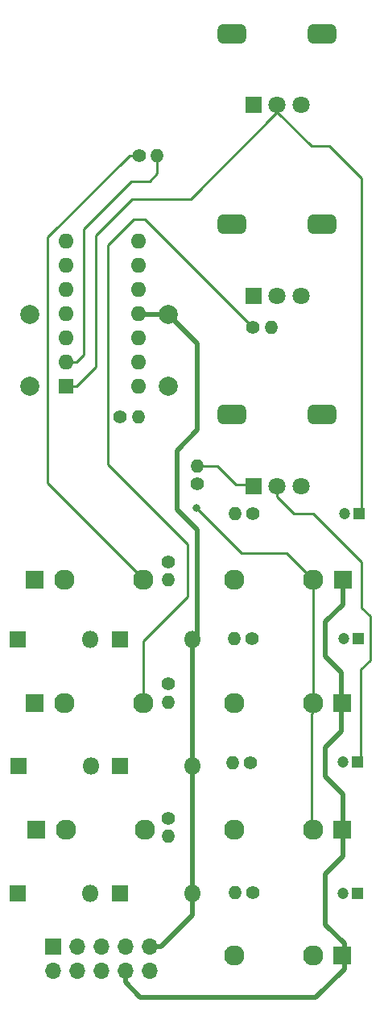
<source format=gbr>
%TF.GenerationSoftware,KiCad,Pcbnew,(6.0.4-0)*%
%TF.CreationDate,2022-12-21T08:50:29-08:00*%
%TF.ProjectId,contact,636f6e74-6163-4742-9e6b-696361645f70,rev?*%
%TF.SameCoordinates,Original*%
%TF.FileFunction,Copper,L2,Bot*%
%TF.FilePolarity,Positive*%
%FSLAX46Y46*%
G04 Gerber Fmt 4.6, Leading zero omitted, Abs format (unit mm)*
G04 Created by KiCad (PCBNEW (6.0.4-0)) date 2022-12-21 08:50:29*
%MOMM*%
%LPD*%
G01*
G04 APERTURE LIST*
G04 Aperture macros list*
%AMRoundRect*
0 Rectangle with rounded corners*
0 $1 Rounding radius*
0 $2 $3 $4 $5 $6 $7 $8 $9 X,Y pos of 4 corners*
0 Add a 4 corners polygon primitive as box body*
4,1,4,$2,$3,$4,$5,$6,$7,$8,$9,$2,$3,0*
0 Add four circle primitives for the rounded corners*
1,1,$1+$1,$2,$3*
1,1,$1+$1,$4,$5*
1,1,$1+$1,$6,$7*
1,1,$1+$1,$8,$9*
0 Add four rect primitives between the rounded corners*
20,1,$1+$1,$2,$3,$4,$5,0*
20,1,$1+$1,$4,$5,$6,$7,0*
20,1,$1+$1,$6,$7,$8,$9,0*
20,1,$1+$1,$8,$9,$2,$3,0*%
G04 Aperture macros list end*
%TA.AperFunction,ComponentPad*%
%ADD10R,1.800000X1.800000*%
%TD*%
%TA.AperFunction,ComponentPad*%
%ADD11C,1.800000*%
%TD*%
%TA.AperFunction,ComponentPad*%
%ADD12RoundRect,0.500000X1.000000X-0.500000X1.000000X0.500000X-1.000000X0.500000X-1.000000X-0.500000X0*%
%TD*%
%TA.AperFunction,ComponentPad*%
%ADD13R,1.830000X1.930000*%
%TD*%
%TA.AperFunction,ComponentPad*%
%ADD14C,2.130000*%
%TD*%
%TA.AperFunction,ComponentPad*%
%ADD15C,2.000000*%
%TD*%
%TA.AperFunction,ComponentPad*%
%ADD16O,1.800000X1.800000*%
%TD*%
%TA.AperFunction,ComponentPad*%
%ADD17C,1.400000*%
%TD*%
%TA.AperFunction,ComponentPad*%
%ADD18O,1.400000X1.400000*%
%TD*%
%TA.AperFunction,ComponentPad*%
%ADD19R,1.600000X1.600000*%
%TD*%
%TA.AperFunction,ComponentPad*%
%ADD20O,1.600000X1.600000*%
%TD*%
%TA.AperFunction,ComponentPad*%
%ADD21R,1.200000X1.200000*%
%TD*%
%TA.AperFunction,ComponentPad*%
%ADD22C,1.200000*%
%TD*%
%TA.AperFunction,ComponentPad*%
%ADD23R,1.700000X1.700000*%
%TD*%
%TA.AperFunction,ComponentPad*%
%ADD24O,1.700000X1.700000*%
%TD*%
%TA.AperFunction,ViaPad*%
%ADD25C,0.800000*%
%TD*%
%TA.AperFunction,Conductor*%
%ADD26C,0.250000*%
%TD*%
%TA.AperFunction,Conductor*%
%ADD27C,0.500000*%
%TD*%
G04 APERTURE END LIST*
D10*
%TO.P,R7,1*%
%TO.N,Net-(R4-Pad2)*%
X174030000Y-51725000D03*
D11*
%TO.P,R7,2*%
%TO.N,Net-(C1-Pad1)*%
X176530000Y-51725000D03*
%TO.P,R7,3*%
%TO.N,N/C*%
X179030000Y-51725000D03*
D12*
%TO.P,R7,MP*%
X181280000Y-44225000D03*
X171780000Y-44225000D03*
%TD*%
D13*
%TO.P,J1,S*%
%TO.N,GND*%
X151020000Y-101600000D03*
D14*
%TO.P,J1,T*%
%TO.N,Net-(D1-Pad2)*%
X162420000Y-101600000D03*
%TO.P,J1,TN*%
%TO.N,N/C*%
X154120000Y-101600000D03*
%TD*%
%TO.P,J5,TN*%
%TO.N,Net-(R16-Pad1)*%
X180280000Y-114500000D03*
%TO.P,J5,T*%
%TO.N,Net-(J5-PadT)*%
X171980000Y-114500000D03*
D13*
%TO.P,J5,S*%
%TO.N,GND*%
X183380000Y-114500000D03*
%TD*%
D10*
%TO.P,R8,1*%
%TO.N,Net-(R5-Pad2)*%
X174030000Y-71725000D03*
D11*
%TO.P,R8,2*%
%TO.N,Net-(C2-Pad1)*%
X176530000Y-71725000D03*
%TO.P,R8,3*%
%TO.N,N/C*%
X179030000Y-71725000D03*
D12*
%TO.P,R8,MP*%
X181280000Y-64225000D03*
X171780000Y-64225000D03*
%TD*%
D14*
%TO.P,J6,TN*%
%TO.N,Net-(R16-Pad1)*%
X180280000Y-127800000D03*
%TO.P,J6,T*%
%TO.N,Net-(J6-PadT)*%
X171980000Y-127800000D03*
D13*
%TO.P,J6,S*%
%TO.N,GND*%
X183380000Y-127800000D03*
%TD*%
%TO.P,J4,S*%
%TO.N,GND*%
X183440000Y-101600000D03*
D14*
%TO.P,J4,T*%
%TO.N,Net-(J4-PadT)*%
X172040000Y-101600000D03*
%TO.P,J4,TN*%
%TO.N,Net-(R16-Pad1)*%
X180340000Y-101600000D03*
%TD*%
%TO.P,J2,TN*%
%TO.N,N/C*%
X154120000Y-114500000D03*
%TO.P,J2,T*%
%TO.N,Net-(D3-Pad2)*%
X162420000Y-114500000D03*
D13*
%TO.P,J2,S*%
%TO.N,GND*%
X151020000Y-114500000D03*
%TD*%
D10*
%TO.P,R9,1*%
%TO.N,Net-(R6-Pad2)*%
X174030000Y-91725000D03*
D11*
%TO.P,R9,2*%
%TO.N,Net-(C3-Pad1)*%
X176530000Y-91725000D03*
%TO.P,R9,3*%
%TO.N,N/C*%
X179030000Y-91725000D03*
D12*
%TO.P,R9,MP*%
X171780000Y-84225000D03*
X181280000Y-84225000D03*
%TD*%
D13*
%TO.P,J3,S*%
%TO.N,GND*%
X151220000Y-127800000D03*
D14*
%TO.P,J3,T*%
%TO.N,Net-(D5-Pad2)*%
X162620000Y-127800000D03*
%TO.P,J3,TN*%
%TO.N,N/C*%
X154320000Y-127800000D03*
%TD*%
D13*
%TO.P,J8,S*%
%TO.N,GND*%
X183380000Y-141000000D03*
D14*
%TO.P,J8,T*%
%TO.N,Net-(J8-PadT)*%
X171980000Y-141000000D03*
%TO.P,J8,TN*%
%TO.N,N/C*%
X180280000Y-141000000D03*
%TD*%
D15*
%TO.P,C5,1*%
%TO.N,-12V*%
X165100000Y-73720000D03*
%TO.P,C5,2*%
%TO.N,GND*%
X165100000Y-81220000D03*
%TD*%
D10*
%TO.P,D1,1,K*%
%TO.N,+12V*%
X149225000Y-107800000D03*
D16*
%TO.P,D1,2,A*%
%TO.N,Net-(D1-Pad2)*%
X156845000Y-107800000D03*
%TD*%
D17*
%TO.P,R1,1*%
%TO.N,GND*%
X165100000Y-99700000D03*
D18*
%TO.P,R1,2*%
%TO.N,Net-(D1-Pad2)*%
X165100000Y-101600000D03*
%TD*%
D17*
%TO.P,R10,1*%
%TO.N,Net-(C1-Pad2)*%
X173985000Y-94615000D03*
D18*
%TO.P,R10,2*%
%TO.N,Net-(J4-PadT)*%
X172085000Y-94615000D03*
%TD*%
D17*
%TO.P,R4,1*%
%TO.N,Net-(D1-Pad2)*%
X162000000Y-57000000D03*
D18*
%TO.P,R4,2*%
%TO.N,Net-(R4-Pad2)*%
X163900000Y-57000000D03*
%TD*%
D19*
%TO.P,U1,1*%
%TO.N,Net-(C1-Pad1)*%
X154305000Y-81280000D03*
D20*
%TO.P,U1,2,-*%
%TO.N,Net-(R4-Pad2)*%
X154305000Y-78740000D03*
%TO.P,U1,3,+*%
%TO.N,GND*%
X154305000Y-76200000D03*
%TO.P,U1,4,V+*%
%TO.N,+12V*%
X154305000Y-73660000D03*
%TO.P,U1,5,+*%
%TO.N,GND*%
X154305000Y-71120000D03*
%TO.P,U1,6,-*%
%TO.N,Net-(R5-Pad2)*%
X154305000Y-68580000D03*
%TO.P,U1,7*%
%TO.N,Net-(C2-Pad1)*%
X154305000Y-66040000D03*
%TO.P,U1,8*%
%TO.N,Net-(C3-Pad1)*%
X161925000Y-66040000D03*
%TO.P,U1,9,-*%
%TO.N,Net-(R6-Pad2)*%
X161925000Y-68580000D03*
%TO.P,U1,10,+*%
%TO.N,GND*%
X161925000Y-71120000D03*
%TO.P,U1,11,V-*%
%TO.N,-12V*%
X161925000Y-73660000D03*
%TO.P,U1,12,+*%
%TO.N,GND*%
X161925000Y-76200000D03*
%TO.P,U1,13,-*%
%TO.N,Net-(R16-Pad1)*%
X161925000Y-78740000D03*
%TO.P,U1,14*%
%TO.N,Net-(C6-Pad1)*%
X161925000Y-81280000D03*
%TD*%
D17*
%TO.P,R5,1*%
%TO.N,Net-(D3-Pad2)*%
X173995000Y-75100000D03*
D18*
%TO.P,R5,2*%
%TO.N,Net-(R5-Pad2)*%
X175895000Y-75100000D03*
%TD*%
D17*
%TO.P,R11,1*%
%TO.N,Net-(C2-Pad2)*%
X173905000Y-107700000D03*
D18*
%TO.P,R11,2*%
%TO.N,Net-(J5-PadT)*%
X172005000Y-107700000D03*
%TD*%
D15*
%TO.P,C4,1*%
%TO.N,+12V*%
X150495000Y-73720000D03*
%TO.P,C4,2*%
%TO.N,GND*%
X150495000Y-81220000D03*
%TD*%
D10*
%TO.P,D5,1,K*%
%TO.N,+12V*%
X149225000Y-134500000D03*
D16*
%TO.P,D5,2,A*%
%TO.N,Net-(D5-Pad2)*%
X156845000Y-134500000D03*
%TD*%
D21*
%TO.P,C2,1*%
%TO.N,Net-(C2-Pad1)*%
X185022600Y-107700000D03*
D22*
%TO.P,C2,2*%
%TO.N,Net-(C2-Pad2)*%
X183522600Y-107700000D03*
%TD*%
D17*
%TO.P,R17,1*%
%TO.N,Net-(C6-Pad2)*%
X173985000Y-134400000D03*
D18*
%TO.P,R17,2*%
%TO.N,Net-(J8-PadT)*%
X172085000Y-134400000D03*
%TD*%
D10*
%TO.P,D2,1,K*%
%TO.N,Net-(D1-Pad2)*%
X160020000Y-107800000D03*
D16*
%TO.P,D2,2,A*%
%TO.N,-12V*%
X167640000Y-107800000D03*
%TD*%
D10*
%TO.P,D6,1,K*%
%TO.N,Net-(D5-Pad2)*%
X160020000Y-134500000D03*
D16*
%TO.P,D6,2,A*%
%TO.N,-12V*%
X167640000Y-134500000D03*
%TD*%
D21*
%TO.P,C6,1*%
%TO.N,Net-(C6-Pad1)*%
X184922600Y-134500000D03*
D22*
%TO.P,C6,2*%
%TO.N,Net-(C6-Pad2)*%
X183422600Y-134500000D03*
%TD*%
D17*
%TO.P,R6,1*%
%TO.N,Net-(D5-Pad2)*%
X168100000Y-91505000D03*
D18*
%TO.P,R6,2*%
%TO.N,Net-(R6-Pad2)*%
X168100000Y-89605000D03*
%TD*%
D21*
%TO.P,C1,1*%
%TO.N,Net-(C1-Pad1)*%
X185122600Y-94600000D03*
D22*
%TO.P,C1,2*%
%TO.N,Net-(C1-Pad2)*%
X183622600Y-94600000D03*
%TD*%
D21*
%TO.P,C3,1*%
%TO.N,Net-(C3-Pad1)*%
X184922600Y-120700000D03*
D22*
%TO.P,C3,2*%
%TO.N,Net-(C3-Pad2)*%
X183422600Y-120700000D03*
%TD*%
D23*
%TO.P,J7,1,Pin_1*%
%TO.N,+12V*%
X152925000Y-140125000D03*
D24*
%TO.P,J7,2,Pin_2*%
X152925000Y-142665000D03*
%TO.P,J7,3,Pin_3*%
%TO.N,GND*%
X155465000Y-140125000D03*
%TO.P,J7,4,Pin_4*%
X155465000Y-142665000D03*
%TO.P,J7,5,Pin_5*%
X158005000Y-140125000D03*
%TO.P,J7,6,Pin_6*%
X158005000Y-142665000D03*
%TO.P,J7,7,Pin_7*%
X160545000Y-140125000D03*
%TO.P,J7,8,Pin_8*%
X160545000Y-142665000D03*
%TO.P,J7,9,Pin_9*%
%TO.N,-12V*%
X163085000Y-140125000D03*
%TO.P,J7,10,Pin_10*%
X163085000Y-142665000D03*
%TD*%
D17*
%TO.P,R16,1*%
%TO.N,Net-(R16-Pad1)*%
X160025000Y-84455000D03*
D18*
%TO.P,R16,2*%
%TO.N,Net-(C6-Pad1)*%
X161925000Y-84455000D03*
%TD*%
D17*
%TO.P,R2,1*%
%TO.N,GND*%
X165100000Y-112495000D03*
D18*
%TO.P,R2,2*%
%TO.N,Net-(D3-Pad2)*%
X165100000Y-114395000D03*
%TD*%
D17*
%TO.P,R12,1*%
%TO.N,Net-(C3-Pad2)*%
X173705000Y-120800000D03*
D18*
%TO.P,R12,2*%
%TO.N,Net-(J6-PadT)*%
X171805000Y-120800000D03*
%TD*%
D10*
%TO.P,D3,1,K*%
%TO.N,+12V*%
X149290000Y-121100000D03*
D16*
%TO.P,D3,2,A*%
%TO.N,Net-(D3-Pad2)*%
X156910000Y-121100000D03*
%TD*%
D10*
%TO.P,D4,1,K*%
%TO.N,Net-(D3-Pad2)*%
X160020000Y-121100000D03*
D16*
%TO.P,D4,2,A*%
%TO.N,-12V*%
X167640000Y-121100000D03*
%TD*%
D17*
%TO.P,R3,1*%
%TO.N,GND*%
X165100000Y-126595000D03*
D18*
%TO.P,R3,2*%
%TO.N,Net-(D5-Pad2)*%
X165100000Y-128495000D03*
%TD*%
D25*
%TO.N,Net-(R16-Pad1)*%
X168000000Y-94000000D03*
%TD*%
D26*
%TO.N,Net-(C1-Pad1)*%
X185420000Y-94615000D02*
X185420000Y-59420000D01*
X185420000Y-59420000D02*
X182000000Y-56000000D01*
X182000000Y-56000000D02*
X180100000Y-56000000D01*
X180100000Y-56000000D02*
X176530000Y-52430000D01*
X176530000Y-52430000D02*
X176530000Y-51725000D01*
X176530000Y-51725000D02*
X176530000Y-52470000D01*
X157480000Y-79248000D02*
X155448000Y-81280000D01*
X167405000Y-61595000D02*
X161290000Y-61595000D01*
X161290000Y-61595000D02*
X157480000Y-65405000D01*
X176530000Y-52470000D02*
X167405000Y-61595000D01*
X157480000Y-65405000D02*
X157480000Y-79248000D01*
X155448000Y-81280000D02*
X154305000Y-81280000D01*
D27*
%TO.N,-12V*%
X167640000Y-107800000D02*
X168148000Y-107292000D01*
X166000000Y-94200000D02*
X166000000Y-88000000D01*
X168148000Y-107292000D02*
X168148000Y-96348000D01*
X168148000Y-96348000D02*
X166000000Y-94200000D01*
X166000000Y-88000000D02*
X168148000Y-85852000D01*
X168148000Y-85852000D02*
X168148000Y-76768000D01*
X168148000Y-76768000D02*
X165100000Y-73720000D01*
D26*
%TO.N,Net-(D3-Pad2)*%
X162420000Y-114500000D02*
X162420000Y-107980000D01*
X162420000Y-107980000D02*
X167100000Y-103300000D01*
X167100000Y-103300000D02*
X167100000Y-97850000D01*
X167100000Y-97850000D02*
X158700000Y-89450000D01*
X158700000Y-89450000D02*
X158700000Y-66400000D01*
X158700000Y-66400000D02*
X161400000Y-63700000D01*
X161400000Y-63700000D02*
X162595000Y-63700000D01*
X162595000Y-63700000D02*
X173995000Y-75100000D01*
%TO.N,Net-(C3-Pad1)*%
X184922600Y-120700000D02*
X185300000Y-120322600D01*
X185300000Y-120322600D02*
X185300000Y-111000000D01*
X185300000Y-111000000D02*
X186300000Y-110000000D01*
X186300000Y-105400000D02*
X185420000Y-104520000D01*
X186300000Y-110000000D02*
X186300000Y-105400000D01*
X185420000Y-104520000D02*
X185420000Y-99695000D01*
X185420000Y-99695000D02*
X180325000Y-94600000D01*
X180325000Y-94600000D02*
X178300000Y-94600000D01*
X178300000Y-94600000D02*
X176530000Y-92830000D01*
X176530000Y-92830000D02*
X176530000Y-91725000D01*
D27*
%TO.N,GND*%
X183440000Y-101600000D02*
X183440000Y-104160000D01*
X183300000Y-111322500D02*
X183300000Y-117456250D01*
X183440000Y-104160000D02*
X181610000Y-105990000D01*
X181610000Y-109632500D02*
X183300000Y-111322500D01*
X181610000Y-105990000D02*
X181610000Y-109632500D01*
X183300000Y-117456250D02*
X181610000Y-119146250D01*
X181610000Y-119146250D02*
X181610000Y-122210000D01*
X181610000Y-122210000D02*
X183440000Y-124040000D01*
X183440000Y-124040000D02*
X183440000Y-130596250D01*
X183440000Y-130596250D02*
X181610000Y-132426250D01*
X181610000Y-132426250D02*
X181610000Y-137795000D01*
X181610000Y-137795000D02*
X183580000Y-139765000D01*
X183580000Y-139765000D02*
X183580000Y-142420000D01*
X183580000Y-142420000D02*
X180600000Y-145400000D01*
X180600000Y-145400000D02*
X162100000Y-145400000D01*
X162100000Y-145400000D02*
X160545000Y-143845000D01*
X160545000Y-143845000D02*
X160545000Y-142665000D01*
D26*
%TO.N,Net-(R4-Pad2)*%
X163900000Y-57000000D02*
X163900000Y-58900000D01*
X163900000Y-58900000D02*
X163100000Y-59700000D01*
X154305000Y-78740000D02*
X155448000Y-78740000D01*
X161200000Y-59700000D02*
X163100000Y-59700000D01*
X155448000Y-78740000D02*
X156210000Y-77978000D01*
X156210000Y-77978000D02*
X156210000Y-64690000D01*
X156210000Y-64690000D02*
X161200000Y-59700000D01*
%TO.N,Net-(R6-Pad2)*%
X174030000Y-91725000D02*
X173905000Y-91600000D01*
X173905000Y-91600000D02*
X172200000Y-91600000D01*
X172200000Y-91600000D02*
X170205000Y-89605000D01*
X170205000Y-89605000D02*
X168100000Y-89605000D01*
D27*
%TO.N,-12V*%
X163085000Y-140125000D02*
X164285000Y-140125000D01*
X164285000Y-140125000D02*
X167640000Y-136770000D01*
X167640000Y-136770000D02*
X167640000Y-107800000D01*
D26*
%TO.N,Net-(R16-Pad1)*%
X180180000Y-127700000D02*
X180180000Y-115590000D01*
X180180000Y-115590000D02*
X180340000Y-115430000D01*
X180340000Y-115430000D02*
X180340000Y-101600000D01*
X180340000Y-101600000D02*
X177540000Y-98800000D01*
X177540000Y-98800000D02*
X172800000Y-98800000D01*
X172800000Y-98800000D02*
X168000000Y-94000000D01*
D27*
%TO.N,-12V*%
X165100000Y-73720000D02*
X161985000Y-73720000D01*
X161985000Y-73720000D02*
X161925000Y-73660000D01*
D26*
%TO.N,Net-(D1-Pad2)*%
X160962350Y-57000000D02*
X152400000Y-65562350D01*
X162420000Y-101460000D02*
X152400000Y-91440000D01*
X162420000Y-101600000D02*
X162420000Y-101460000D01*
X152400000Y-91440000D02*
X152400000Y-65562350D01*
X162000000Y-57000000D02*
X160962350Y-57000000D01*
%TD*%
M02*

</source>
